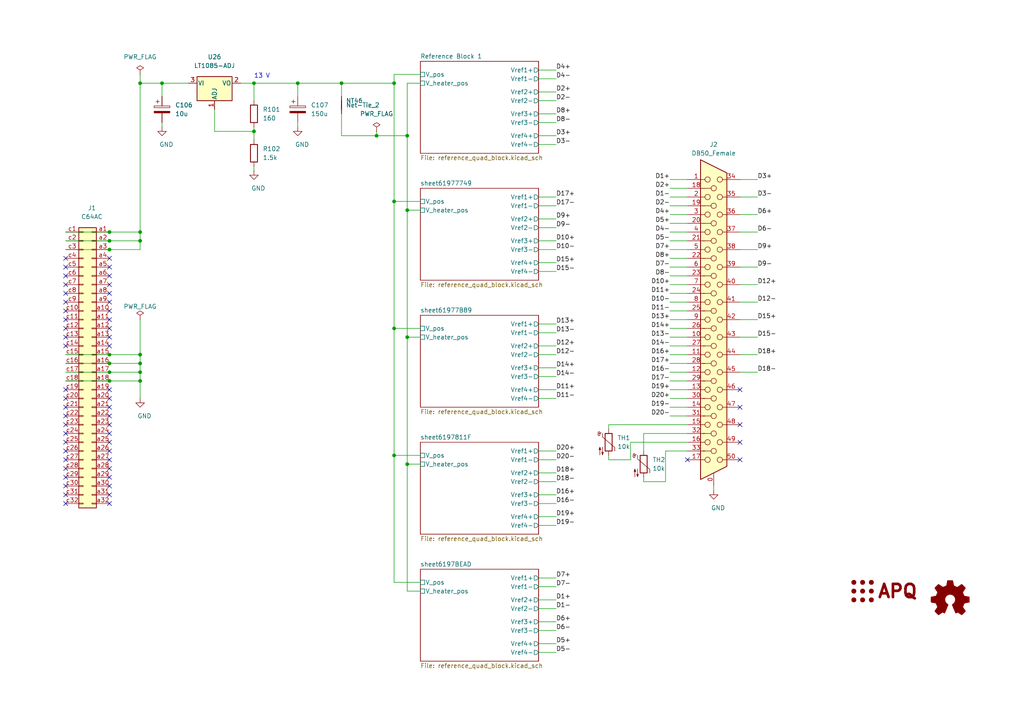
<source format=kicad_sch>
(kicad_sch (version 20230121) (generator eeschema)
  (paper "A4")
  (title_block (title "LM399/ADR1399 Burnin Board") (date "2023-05-27") (rev "v.1.0.1") (company "TU Darmstadt, IAP, APQ") (comment 1 "Copyright (©) 2021, Patrick Baus <patrick.baus@physik.tu-darmstadt.de>") (comment 2 "Licensed under CERN OHL v.1.2"))
  (lib_symbols
    (symbol "Connector:DIN41612_02x32_AC" (pin_names (offset 1.016) hide)
      (property "Reference" "J" (at 1.27 40.64 0))
      (property "Value" "DIN41612_02x32_AC" (at 1.27 -43.18 0))
      (symbol "DIN41612_02x32_AC_1_1"
        (rectangle (start -1.27 -40.513) (end 0 -40.767) (stroke (width 0.1524)))
        (rectangle (start -1.27 -37.973) (end 0 -38.227) (stroke (width 0.1524)))
        (rectangle (start -1.27 -35.433) (end 0 -35.687) (stroke (width 0.1524)))
        (rectangle (start -1.27 -32.893) (end 0 -33.147) (stroke (width 0.1524)))
        (rectangle (start -1.27 -30.353) (end 0 -30.607) (stroke (width 0.1524)))
        (rectangle (start -1.27 -27.813) (end 0 -28.067) (stroke (width 0.1524)))
        (rectangle (start -1.27 -25.273) (end 0 -25.527) (stroke (width 0.1524)))
        (rectangle (start -1.27 -22.733) (end 0 -22.987) (stroke (width 0.1524)))
        (rectangle (start -1.27 -20.193) (end 0 -20.447) (stroke (width 0.1524)))
        (rectangle (start -1.27 -17.653) (end 0 -17.907) (stroke (width 0.1524)))
        (rectangle (start -1.27 -15.113) (end 0 -15.367) (stroke (width 0.1524)))
        (rectangle (start -1.27 -12.573) (end 0 -12.827) (stroke (width 0.1524)))
        (rectangle (start -1.27 -10.033) (end 0 -10.287) (stroke (width 0.1524)))
        (rectangle (start -1.27 -7.493) (end 0 -7.747) (stroke (width 0.1524)))
        (rectangle (start -1.27 -4.953) (end 0 -5.207) (stroke (width 0.1524)))
        (rectangle (start -1.27 -2.413) (end 0 -2.667) (stroke (width 0.1524)))
        (rectangle (start -1.27 0.127) (end 0 -0.127) (stroke (width 0.1524)))
        (rectangle (start -1.27 2.667) (end 0 2.413) (stroke (width 0.1524)))
        (rectangle (start -1.27 5.207) (end 0 4.953) (stroke (width 0.1524)))
        (rectangle (start -1.27 7.747) (end 0 7.493) (stroke (width 0.1524)))
        (rectangle (start -1.27 10.287) (end 0 10.033) (stroke (width 0.1524)))
        (rectangle (start -1.27 12.827) (end 0 12.573) (stroke (width 0.1524)))
        (rectangle (start -1.27 15.367) (end 0 15.113) (stroke (width 0.1524)))
        (rectangle (start -1.27 17.907) (end 0 17.653) (stroke (width 0.1524)))
        (rectangle (start -1.27 20.447) (end 0 20.193) (stroke (width 0.1524)))
        (rectangle (start -1.27 22.987) (end 0 22.733) (stroke (width 0.1524)))
        (rectangle (start -1.27 25.527) (end 0 25.273) (stroke (width 0.1524)))
        (rectangle (start -1.27 28.067) (end 0 27.813) (stroke (width 0.1524)))
        (rectangle (start -1.27 30.607) (end 0 30.353) (stroke (width 0.1524)))
        (rectangle (start -1.27 33.147) (end 0 32.893) (stroke (width 0.1524)))
        (rectangle (start -1.27 35.687) (end 0 35.433) (stroke (width 0.1524)))
        (rectangle (start -1.27 38.227) (end 0 37.973) (stroke (width 0.1524)))
        (rectangle (start -1.27 39.37) (end 3.81 -41.91) (stroke (width 0.254)) (fill (type background)))
        (rectangle (start 3.81 -40.513) (end 2.54 -40.767) (stroke (width 0.1524)))
        (rectangle (start 3.81 -37.973) (end 2.54 -38.227) (stroke (width 0.1524)))
        (rectangle (start 3.81 -35.433) (end 2.54 -35.687) (stroke (width 0.1524)))
        (rectangle (start 3.81 -32.893) (end 2.54 -33.147) (stroke (width 0.1524)))
        (rectangle (start 3.81 -30.353) (end 2.54 -30.607) (stroke (width 0.1524)))
        (rectangle (start 3.81 -27.813) (end 2.54 -28.067) (stroke (width 0.1524)))
        (rectangle (start 3.81 -25.273) (end 2.54 -25.527) (stroke (width 0.1524)))
        (rectangle (start 3.81 -22.733) (end 2.54 -22.987) (stroke (width 0.1524)))
        (rectangle (start 3.81 -20.193) (end 2.54 -20.447) (stroke (width 0.1524)))
        (rectangle (start 3.81 -17.653) (end 2.54 -17.907) (stroke (width 0.1524)))
        (rectangle (start 3.81 -15.113) (end 2.54 -15.367) (stroke (width 0.1524)))
        (rectangle (start 3.81 -12.573) (end 2.54 -12.827) (stroke (width 0.1524)))
        (rectangle (start 3.81 -10.033) (end 2.54 -10.287) (stroke (width 0.1524)))
        (rectangle (start 3.81 -7.493) (end 2.54 -7.747) (stroke (width 0.1524)))
        (rectangle (start 3.81 -4.953) (end 2.54 -5.207) (stroke (width 0.1524)))
        (rectangle (start 3.81 -2.413) (end 2.54 -2.667) (stroke (width 0.1524)))
        (rectangle (start 3.81 0.127) (end 2.54 -0.127) (stroke (width 0.1524)))
        (rectangle (start 3.81 2.667) (end 2.54 2.413) (stroke (width 0.1524)))
        (rectangle (start 3.81 5.207) (end 2.54 4.953) (stroke (width 0.1524)))
        (rectangle (start 3.81 7.747) (end 2.54 7.493) (stroke (width 0.1524)))
        (rectangle (start 3.81 10.287) (end 2.54 10.033) (stroke (width 0.1524)))
        (rectangle (start 3.81 12.827) (end 2.54 12.573) (stroke (width 0.1524)))
        (rectangle (start 3.81 15.367) (end 2.54 15.113) (stroke (width 0.1524)))
        (rectangle (start 3.81 17.907) (end 2.54 17.653) (stroke (width 0.1524)))
        (rectangle (start 3.81 20.447) (end 2.54 20.193) (stroke (width 0.1524)))
        (rectangle (start 3.81 22.987) (end 2.54 22.733) (stroke (width 0.1524)))
        (rectangle (start 3.81 25.527) (end 2.54 25.273) (stroke (width 0.1524)))
        (rectangle (start 3.81 28.067) (end 2.54 27.813) (stroke (width 0.1524)))
        (rectangle (start 3.81 30.607) (end 2.54 30.353) (stroke (width 0.1524)))
        (rectangle (start 3.81 33.147) (end 2.54 32.893) (stroke (width 0.1524)))
        (rectangle (start 3.81 35.687) (end 2.54 35.433) (stroke (width 0.1524)))
        (rectangle (start 3.81 38.227) (end 2.54 37.973) (stroke (width 0.1524)))
        (pin passive line (at -5.08 38.1 0) (length 3.81) (name "Pin_a1") (number "a1"))
        (pin passive line (at -5.08 15.24 0) (length 3.81) (name "Pin_a10") (number "a10"))
        (pin passive line (at -5.08 12.7 0) (length 3.81) (name "Pin_a11") (number "a11"))
        (pin passive line (at -5.08 10.16 0) (length 3.81) (name "Pin_a12") (number "a12"))
        (pin passive line (at -5.08 7.62 0) (length 3.81) (name "Pin_a13") (number "a13"))
        (pin passive line (at -5.08 5.08 0) (length 3.81) (name "Pin_a14") (number "a14"))
        (pin passive line (at -5.08 2.54 0) (length 3.81) (name "Pin_a15") (number "a15"))
        (pin passive line (at -5.08 0 0) (length 3.81) (name "Pin_a16") (number "a16"))
        (pin passive line (at -5.08 -2.54 0) (length 3.81) (name "Pin_a17") (number "a17"))
        (pin passive line (at -5.08 -5.08 0) (length 3.81) (name "Pin_a18") (number "a18"))
        (pin passive line (at -5.08 -7.62 0) (length 3.81) (name "Pin_a19") (number "a19"))
        (pin passive line (at -5.08 35.56 0) (length 3.81) (name "Pin_a2") (number "a2"))
        (pin passive line (at -5.08 -10.16 0) (length 3.81) (name "Pin_a20") (number "a20"))
        (pin passive line (at -5.08 -12.7 0) (length 3.81) (name "Pin_a21") (number "a21"))
        (pin passive line (at -5.08 -15.24 0) (length 3.81) (name "Pin_a22") (number "a22"))
        (pin passive line (at -5.08 -17.78 0) (length 3.81) (name "Pin_a23") (number "a23"))
        (pin passive line (at -5.08 -20.32 0) (length 3.81) (name "Pin_a24") (number "a24"))
        (pin passive line (at -5.08 -22.86 0) (length 3.81) (name "Pin_a25") (number "a25"))
        (pin passive line (at -5.08 -25.4 0) (length 3.81) (name "Pin_a26") (number "a26"))
        (pin passive line (at -5.08 -27.94 0) (length 3.81) (name "Pin_a27") (number "a27"))
        (pin passive line (at -5.08 -30.48 0) (length 3.81) (name "Pin_a28") (number "a28"))
        (pin passive line (at -5.08 -33.02 0) (length 3.81) (name "Pin_a29") (number "a29"))
        (pin passive line (at -5.08 33.02 0) (length 3.81) (name "Pin_a3") (number "a3"))
        (pin passive line (at -5.08 -35.56 0) (length 3.81) (name "Pin_a30") (number "a30"))
        (pin passive line (at -5.08 -38.1 0) (length 3.81) (name "Pin_a31") (number "a31"))
        (pin passive line (at -5.08 -40.64 0) (length 3.81) (name "Pin_a32") (number "a32"))
        (pin passive line (at -5.08 30.48 0) (length 3.81) (name "Pin_a4") (number "a4"))
        (pin passive line (at -5.08 27.94 0) (length 3.81) (name "Pin_a5") (number "a5"))
        (pin passive line (at -5.08 25.4 0) (length 3.81) (name "Pin_a6") (number "a6"))
        (pin passive line (at -5.08 22.86 0) (length 3.81) (name "Pin_a7") (number "a7"))
        (pin passive line (at -5.08 20.32 0) (length 3.81) (name "Pin_a8") (number "a8"))
        (pin passive line (at -5.08 17.78 0) (length 3.81) (name "Pin_a9") (number "a9"))
        (pin passive line (at 7.62 38.1 180) (length 3.81) (name "Pin_c1") (number "c1"))
        (pin passive line (at 7.62 15.24 180) (length 3.81) (name "Pin_c10") (number "c10"))
        (pin passive line (at 7.62 12.7 180) (length 3.81) (name "Pin_c11") (number "c11"))
        (pin passive line (at 7.62 10.16 180) (length 3.81) (name "Pin_c12") (number "c12"))
        (pin passive line (at 7.62 7.62 180) (length 3.81) (name "Pin_c13") (number "c13"))
        (pin passive line (at 7.62 5.08 180) (length 3.81) (name "Pin_c14") (number "c14"))
        (pin passive line (at 7.62 2.54 180) (length 3.81) (name "Pin_c15") (number "c15"))
        (pin passive line (at 7.62 0 180) (length 3.81) (name "Pin_c16") (number "c16"))
        (pin passive line (at 7.62 -2.54 180) (length 3.81) (name "Pin_c17") (number "c17"))
        (pin passive line (at 7.62 -5.08 180) (length 3.81) (name "Pin_c18") (number "c18"))
        (pin passive line (at 7.62 -7.62 180) (length 3.81) (name "Pin_c19") (number "c19"))
        (pin passive line (at 7.62 35.56 180) (length 3.81) (name "Pin_c2") (number "c2"))
        (pin passive line (at 7.62 -10.16 180) (length 3.81) (name "Pin_c20") (number "c20"))
        (pin passive line (at 7.62 -12.7 180) (length 3.81) (name "Pin_c21") (number "c21"))
        (pin passive line (at 7.62 -15.24 180) (length 3.81) (name "Pin_c22") (number "c22"))
        (pin passive line (at 7.62 -17.78 180) (length 3.81) (name "Pin_c23") (number "c23"))
        (pin passive line (at 7.62 -20.32 180) (length 3.81) (name "Pin_c24") (number "c24"))
        (pin passive line (at 7.62 -22.86 180) (length 3.81) (name "Pin_c25") (number "c25"))
        (pin passive line (at 7.62 -25.4 180) (length 3.81) (name "Pin_c26") (number "c26"))
        (pin passive line (at 7.62 -27.94 180) (length 3.81) (name "Pin_c27") (number "c27"))
        (pin passive line (at 7.62 -30.48 180) (length 3.81) (name "Pin_c28") (number "c28"))
        (pin passive line (at 7.62 -33.02 180) (length 3.81) (name "Pin_c29") (number "c29"))
        (pin passive line (at 7.62 33.02 180) (length 3.81) (name "Pin_c3") (number "c3"))
        (pin passive line (at 7.62 -35.56 180) (length 3.81) (name "Pin_c30") (number "c30"))
        (pin passive line (at 7.62 -38.1 180) (length 3.81) (name "Pin_c31") (number "c31"))
        (pin passive line (at 7.62 -40.64 180) (length 3.81) (name "Pin_c32") (number "c32"))
        (pin passive line (at 7.62 30.48 180) (length 3.81) (name "Pin_c4") (number "c4"))
        (pin passive line (at 7.62 27.94 180) (length 3.81) (name "Pin_c5") (number "c5"))
        (pin passive line (at 7.62 25.4 180) (length 3.81) (name "Pin_c6") (number "c6"))
        (pin passive line (at 7.62 22.86 180) (length 3.81) (name "Pin_c7") (number "c7"))
        (pin passive line (at 7.62 20.32 180) (length 3.81) (name "Pin_c8") (number "c8"))
        (pin passive line (at 7.62 17.78 180) (length 3.81) (name "Pin_c9") (number "c9"))
      )
    )
    (symbol "Connector_Dsub:DB50_Receptacle_MountingHoles" (pin_names (offset 1.016) hide)
      (property "Reference" "J" (at 0 50.165 0))
      (property "Value" "DB50_Receptacle_MountingHoles" (at 0 47.625 0))
      (symbol "DB50_Receptacle_MountingHoles_0_1"
        (polyline (pts (xy -3.175 12.7) (xy -0.762 12.7)))
        (polyline (pts (xy -0.762 -2.54) (xy -3.175 -2.54)))
        (polyline (pts (xy -0.762 2.54) (xy -3.175 2.54)))
        (polyline (pts (xy -0.762 7.62) (xy -3.175 7.62)))
        (polyline (pts (xy -0.762 22.86) (xy -3.175 22.86)))
        (polyline (pts (xy -3.81 46.355) (xy -3.81 -46.355) (xy 3.81 -42.545) (xy 3.81 42.545) (xy -3.81 46.355)) (stroke (width 0.254)) (fill (type background)))
      )
      (symbol "DB50_Receptacle_MountingHoles_1_1"
        (circle (center -1.778 -40.64) (radius 0.762))
        (circle (center -1.778 -35.56) (radius 0.762))
        (circle (center -1.778 -30.48) (radius 0.762))
        (circle (center -1.778 -25.4) (radius 0.762))
        (circle (center -1.778 -20.32) (radius 0.762))
        (circle (center -1.778 -15.24) (radius 0.762))
        (circle (center -1.778 -10.16) (radius 0.762))
        (circle (center -1.778 -5.08) (radius 0.762))
        (circle (center -1.778 0) (radius 0.762))
        (circle (center -1.778 5.08) (radius 0.762))
        (circle (center -1.778 10.16) (radius 0.762))
        (circle (center -1.778 15.24) (radius 0.762))
        (circle (center -1.778 20.32) (radius 0.762))
        (circle (center -1.778 25.4) (radius 0.762))
        (circle (center -1.778 30.48) (radius 0.762))
        (circle (center -1.778 35.56) (radius 0.762))
        (circle (center -1.778 40.64) (radius 0.762))
        (circle (center 0 -38.1) (radius 0.762))
        (circle (center 0 -33.02) (radius 0.762))
        (circle (center 0 -27.94) (radius 0.762))
        (circle (center 0 -22.86) (radius 0.762))
        (circle (center 0 -17.78) (radius 0.762))
        (circle (center 0 -12.7) (radius 0.762))
        (circle (center 0 -7.62) (radius 0.762))
        (circle (center 0 -2.54) (radius 0.762))
        (polyline (pts (xy -3.175 17.78) (xy -0.762 17.78)))
        (polyline (pts (xy -0.762 -38.1) (xy -3.175 -38.1)))
        (polyline (pts (xy -0.762 -33.02) (xy -3.175 -33.02)))
        (polyline (pts (xy -0.762 -27.94) (xy -3.175 -27.94)))
        (polyline (pts (xy -0.762 -22.86) (xy -3.175 -22.86)))
        (polyline (pts (xy -0.762 -17.78) (xy -3.175 -17.78)))
        (polyline (pts (xy -0.762 -12.7) (xy -3.175 -12.7)))
        (polyline (pts (xy -0.762 -7.62) (xy -3.175 -7.62)))
        (polyline (pts (xy -0.762 27.94) (xy -3.175 27.94)))
        (polyline (pts (xy -0.762 33.02) (xy -3.175 33.02)))
        (polyline (pts (xy -0.762 38.1) (xy -3.175 38.1)))
        (circle (center 0 2.54) (radius 0.762))
        (circle (center 0 7.62) (radius 0.762))
        (circle (center 0 12.7) (radius 0.762))
        (circle (center 0 17.78) (radius 0.762))
        (circle (center 0 22.86) (radius 0.762))
        (circle (center 0 27.94) (radius 0.762))
        (circle (center 0 33.02) (radius 0.762))
        (circle (center 0 38.1) (radius 0.762))
        (circle (center 1.778 -40.64) (radius 0.762))
        (circle (center 1.778 -35.56) (radius 0.762))
        (circle (center 1.778 -30.48) (radius 0.762))
        (circle (center 1.778 -25.4) (radius 0.762))
        (circle (center 1.778 -20.32) (radius 0.762))
        (circle (center 1.778 -15.24) (radius 0.762))
        (circle (center 1.778 -10.16) (radius 0.762))
        (circle (center 1.778 -5.08) (radius 0.762))
        (circle (center 1.778 0) (radius 0.762))
        (circle (center 1.778 5.08) (radius 0.762))
        (circle (center 1.778 10.16) (radius 0.762))
        (circle (center 1.778 15.24) (radius 0.762))
        (circle (center 1.778 20.32) (radius 0.762))
        (circle (center 1.778 25.4) (radius 0.762))
        (circle (center 1.778 30.48) (radius 0.762))
        (circle (center 1.778 35.56) (radius 0.762))
        (circle (center 1.778 40.64) (radius 0.762))
        (pin passive line (at 0 -48.26 90) (length 3.81) (name "PAD") (number "0"))
        (pin passive line (at -7.62 40.64 0) (length 5.08) (name "~") (number "1"))
        (pin passive line (at -7.62 -5.08 0) (length 5.08) (name "~") (number "10"))
        (pin passive line (at -7.62 -10.16 0) (length 5.08) (name "~") (number "11"))
        (pin passive line (at -7.62 -15.24 0) (length 5.08) (name "~") (number "12"))
        (pin passive line (at -7.62 -20.32 0) (length 5.08) (name "~") (number "13"))
        (pin passive line (at -7.62 -25.4 0) (length 5.08) (name "~") (number "14"))
        (pin passive line (at -7.62 -30.48 0) (length 5.08) (name "~") (number "15"))
        (pin passive line (at -7.62 -35.56 0) (length 5.08) (name "~") (number "16"))
        (pin passive line (at -7.62 -40.64 0) (length 5.08) (name "~") (number "17"))
        (pin passive line (at -7.62 38.1 0) (length 5.08) (name "~") (number "18"))
        (pin passive line (at -7.62 33.02 0) (length 5.08) (name "~") (number "19"))
        (pin passive line (at -7.62 35.56 0) (length 5.08) (name "~") (number "2"))
        (pin passive line (at -7.62 27.94 0) (length 5.08) (name "~") (number "20"))
        (pin passive line (at -7.62 22.86 0) (length 5.08) (name "~") (number "21"))
        (pin passive line (at -7.62 17.78 0) (length 5.08) (name "~") (number "22"))
        (pin passive line (at -7.62 12.7 0) (length 5.08) (name "~") (number "23"))
        (pin passive line (at -7.62 7.62 0) (length 5.08) (name "~") (number "24"))
        (pin passive line (at -7.62 2.54 0) (length 5.08) (name "~") (number "25"))
        (pin passive line (at -7.62 -2.54 0) (length 5.08) (name "~") (number "26"))
        (pin passive line (at -7.62 -7.62 0) (length 5.08) (name "~") (number "27"))
        (pin passive line (at -7.62 -12.7 0) (length 5.08) (name "~") (number "28"))
        (pin passive line (at -7.62 -17.78 0) (length 5.08) (name "~") (number "29"))
        (pin passive line (at -7.62 30.48 0) (length 5.08) (name "~") (number "3"))
        (pin passive line (at -7.62 -22.86 0) (length 5.08) (name "~") (number "30"))
        (pin passive line (at -7.62 -27.94 0) (length 5.08) (name "~") (number "31"))
        (pin passive line (at -7.62 -33.02 0) (length 5.08) (name "~") (number "32"))
        (pin passive line (at -7.62 -38.1 0) (length 5.08) (name "~") (number "33"))
        (pin passive line (at 7.62 40.64 180) (length 5.08) (name "~") (number "34"))
        (pin passive line (at 7.62 35.56 180) (length 5.08) (name "~") (number "35"))
        (pin passive line (at 7.62 30.48 180) (length 5.08) (name "~") (number "36"))
        (pin passive line (at 7.62 25.4 180) (length 5.08) (name "~") (number "37"))
        (pin passive line (at 7.62 20.32 180) (length 5.08) (name "~") (number "38"))
        (pin passive line (at 7.62 15.24 180) (length 5.08) (name "~") (number "39"))
        (pin passive line (at -7.62 25.4 0) (length 5.08) (name "~") (number "4"))
        (pin passive line (at 7.62 10.16 180) (length 5.08) (name "~") (number "40"))
        (pin passive line (at 7.62 5.08 180) (length 5.08) (name "~") (number "41"))
        (pin passive line (at 7.62 0 180) (length 5.08) (name "~") (number "42"))
        (pin passive line (at 7.62 -5.08 180) (length 5.08) (name "~") (number "43"))
        (pin passive line (at 7.62 -10.16 180) (length 5.08) (name "~") (number "44"))
        (pin passive line (at 7.62 -15.24 180) (length 5.08) (name "~") (number "45"))
        (pin passive line (at 7.62 -20.32 180) (length 5.08) (name "~") (number "46"))
        (pin passive line (at 7.62 -25.4 180) (length 5.08) (name "~") (number "47"))
        (pin passive line (at 7.62 -30.48 180) (length 5.08) (name "~") (number "48"))
        (pin passive line (at 7.62 -35.56 180) (length 5.08) (name "~") (number "49"))
        (pin passive line (at -7.62 20.32 0) (length 5.08) (name "~") (number "5"))
        (pin passive line (at 7.62 -40.64 180) (length 5.08) (name "~") (number "50"))
        (pin passive line (at -7.62 15.24 0) (length 5.08) (name "~") (number "6"))
        (pin passive line (at -7.62 10.16 0) (length 5.08) (name "~") (number "7"))
        (pin passive line (at -7.62 5.08 0) (length 5.08) (name "~") (number "8"))
        (pin passive line (at -7.62 0 0) (length 5.08) (name "~") (number "9"))
      )
    )
    (symbol "Custom_logos:Logo_APQ" (pin_names (offset 1.016))
      (symbol "Logo_APQ_0_0"
        (text "APQ" (at 17.78 0 0) (effects (font (size 3.81 3.81) bold)))
      )
      (symbol "Logo_APQ_0_1"
        (circle (center 5.08 0) (radius 0.635) (fill (type outline)))
        (circle (center 5.08 2.54) (radius 0.635) (fill (type outline)))
        (circle (center 7.62 0) (radius 0.635) (fill (type outline)))
        (circle (center 7.62 2.54) (radius 0.635) (fill (type outline)))
        (circle (center 10.16 2.54) (radius 0.635) (fill (type outline)))
      )
      (symbol "Logo_APQ_1_1"
        (circle (center 5.08 -2.54) (radius 0.635) (fill (type outline)))
        (circle (center 7.62 -2.54) (radius 0.635) (fill (type outline)))
        (circle (center 10.16 -2.54) (radius 0.635) (fill (type outline)))
        (circle (center 10.16 0) (radius 0.635) (fill (type outline)))
      )
    )
    (symbol "Device:C_Polarized" (pin_numbers hide) (pin_names (offset 0.254))
      (property "Reference" "C" (at 0.635 2.54 0))
      (property "Value" "C_Polarized" (at 0.635 -2.54 0))
      (symbol "C_Polarized_0_1"
        (rectangle (start -2.286 0.508) (end 2.286 1.016))
        (polyline (pts (xy -1.778 2.286) (xy -0.762 2.286)))
        (polyline (pts (xy -1.27 2.794) (xy -1.27 1.778)))
        (rectangle (start 2.286 -0.508) (end -2.286 -1.016) (fill (type outline)))
      )
      (symbol "C_Polarized_1_1"
        (pin passive line (at 0 3.81 270) (length 2.794) (name "~") (number "1"))
        (pin passive line (at 0 -3.81 90) (length 2.794) (name "~") (number "2"))
      )
    )
    (symbol "Device:NetTie_2" (pin_numbers hide) (pin_names (offset 0) hide) (in_bom no)
      (property "Reference" "NT" (at 0 1.27 0))
      (property "Value" "NetTie_2" (at 0 -1.27 0))
      (symbol "NetTie_2_0_1"
        (polyline (pts (xy -1.27 0) (xy 1.27 0)) (stroke (width 0.254)))
      )
      (symbol "NetTie_2_1_1"
        (pin passive line (at -2.54 0 0) (length 2.54) (name "1") (number "1"))
        (pin passive line (at 2.54 0 180) (length 2.54) (name "2") (number "2"))
      )
    )
    (symbol "Device:R" (pin_numbers hide) (pin_names (offset 0))
      (property "Reference" "R" (at 2.032 0 90))
      (property "Value" "R" (at 0 0 90))
      (symbol "R_0_1"
        (rectangle (start -1.016 -2.54) (end 1.016 2.54) (stroke (width 0.254)))
      )
      (symbol "R_1_1"
        (pin passive line (at 0 3.81 270) (length 1.27) (name "~") (number "1"))
        (pin passive line (at 0 -3.81 90) (length 1.27) (name "~") (number "2"))
      )
    )
    (symbol "Device:Thermistor_NTC" (pin_numbers hide) (pin_names (offset 0))
      (property "Reference" "TH" (at -4.445 0 90))
      (property "Value" "Thermistor_NTC" (at 3.175 0 90))
      (symbol "Thermistor_NTC_0_1"
        (arc (start -3.048 2.159) (mid -3.0495 2.3143) (end -3.175 2.413))
        (arc (start -3.048 2.159) (mid -2.9736 1.9794) (end -2.794 1.905))
        (arc (start -3.048 2.794) (mid -2.9736 2.6144) (end -2.794 2.54))
        (arc (start -2.794 1.905) (mid -2.6144 1.9794) (end -2.54 2.159))
        (arc (start -2.794 2.54) (mid -2.4393 2.5587) (end -2.159 2.794))
        (arc (start -2.794 3.048) (mid -2.9736 2.9736) (end -3.048 2.794))
        (arc (start -2.54 2.794) (mid -2.6144 2.9736) (end -2.794 3.048))
        (rectangle (start -1.016 2.54) (end 1.016 -2.54) (stroke (width 0.254)))
        (polyline (pts (xy -2.54 2.159) (xy -2.54 2.794)))
        (polyline (pts (xy -1.778 2.54) (xy -1.778 1.524) (xy 1.778 -1.524) (xy 1.778 -2.54)))
        (polyline (pts (xy -2.54 -3.683) (xy -2.54 -1.397) (xy -2.794 -2.159) (xy -2.286 -2.159) (xy -2.54 -1.397) (xy -2.54 -1.651)) (fill (type outline)))
        (polyline (pts (xy -1.778 -1.397) (xy -1.778 -3.683) (xy -2.032 -2.921) (xy -1.524 -2.921) (xy -1.778 -3.683) (xy -1.778 -3.429)) (fill (type outline)))
      )
      (symbol "Thermistor_NTC_1_1"
        (pin passive line (at 0 3.81 270) (length 1.27) (name "~") (number "1"))
        (pin passive line (at 0 -3.81 90) (length 1.27) (name "~") (number "2"))
      )
    )
    (symbol "Graphic:Logo_Open_Hardware_Small" (in_bom no) (on_board no)
      (symbol "Logo_Open_Hardware_Small_0_1"
        (polyline (pts (xy 3.3528 -4.3434) (xy 3.302 -4.318) (xy 3.175 -4.2418) (xy 2.9972 -4.1148) (xy 2.7686 -3.9624) (xy 2.54 -3.81) (xy 2.3622 -3.7084) (xy 2.2352 -3.6068) (xy 2.1844 -3.5814) (xy 2.159 -3.6068) (xy 2.0574 -3.6576) (xy 1.905 -3.7338) (xy 1.8034 -3.7846) (xy 1.6764 -3.8354) (xy 1.6002 -3.8354) (xy 1.6002 -3.8354) (xy 1.5494 -3.7338) (xy 1.4732 -3.5306) (xy 1.3462 -3.302) (xy 1.2446 -3.0226) (xy 1.1176 -2.7178) (xy 0.9652 -2.413) (xy 0.8636 -2.1082) (xy 0.7366 -1.8288) (xy 0.6604 -1.6256) (xy 0.6096 -1.4732) (xy 0.5842 -1.397) (xy 0.5842 -1.397) (xy 0.6604 -1.3208) (xy 0.7874 -1.2446) (xy 1.0414 -1.016) (xy 1.2954 -0.6858) (xy 1.4478 -0.3302) (xy 1.524 0.0762) (xy 1.4732 0.4572) (xy 1.3208 0.8128) (xy 1.0668 1.143) (xy 0.762 1.3716) (xy 0.4064 1.524) (xy 0 1.5748) (xy -0.381 1.5494) (xy -0.7366 1.397) (xy -1.0668 1.143) (xy -1.2192 0.9906) (xy -1.397 0.6604) (xy -1.524 0.3048) (xy -1.524 0.2286) (xy -1.4986 -0.1778) (xy -1.397 -0.5334) (xy -1.1938 -0.8636) (xy -0.9144 -1.143) (xy -0.8636 -1.1684) (xy -0.7366 -1.27) (xy -0.635 -1.3462) (xy -0.5842 -1.397) (xy -1.0668 -2.5908) (xy -1.143 -2.794) (xy -1.2954 -3.1242) (xy -1.397 -3.4036) (xy -1.4986 -3.6322) (xy -1.5748 -3.7846) (xy -1.6002 -3.8354) (xy -1.6002 -3.8354) (xy -1.651 -3.8354) (xy -1.7272 -3.81) (xy -1.905 -3.7338) (xy -2.0066 -3.683) (xy -2.1336 -3.6068) (xy -2.2098 -3.5814) (xy -2.2606 -3.6068) (xy -2.3622 -3.683) (xy -2.54 -3.81) (xy -2.7686 -3.9624) (xy -2.9718 -4.0894) (xy -3.1496 -4.2164) (xy -3.302 -4.318) (xy -3.3528 -4.3434) (xy -3.3782 -4.3434) (xy -3.429 -4.318) (xy -3.5306 -4.2164) (xy -3.7084 -4.064) (xy -3.937 -3.8354) (xy -3.9624 -3.81) (xy -4.1656 -3.6068) (xy -4.318 -3.4544) (xy -4.4196 -3.3274) (xy -4.445 -3.2766) (xy -4.445 -3.2766) (xy -4.4196 -3.2258) (xy -4.318 -3.0734) (xy -4.2164 -2.8956) (xy -4.064 -2.667) (xy -3.6576 -2.0828) (xy -3.8862 -1.5494) (xy -3.937 -1.3716) (xy -4.0386 -1.1684) (xy -4.0894 -1.0414) (xy -4.1148 -0.9652) (xy -4.191 -0.9398) (xy -4.318 -0.9144) (xy -4.5466 -0.8636) (xy -4.8006 -0.8128) (xy -5.0546 -0.7874) (xy -5.2578 -0.7366) (xy -5.4356 -0.7112) (xy -5.5118 -0.6858) (xy -5.5118 -0.6858) (xy -5.5372 -0.635) (xy -5.5372 -0.5588) (xy -5.5372 -0.4318) (xy -5.5626 -0.2286) (xy -5.5626 0.0762) (xy -5.5626 0.127) (xy -5.5372 0.4064) (xy -5.5372 0.635) (xy -5.5372 0.762) (xy -5.5372 0.8382) (xy -5.5372 0.8382) (xy -5.461 0.8382) (xy -5.3086 0.889) (xy -5.08 0.9144) (xy -4.826 0.9652) (xy -4.8006 0.9906) (xy -4.5466 1.0414) (xy -4.318 1.0668) (xy -4.1656 1.1176) (xy -4.0894 1.143) (xy -4.0894 1.143) (xy -4.0386 1.2446) (xy -3.9624 1.4224) (xy -3.8608 1.6256) (xy -3.7846 1.8288) (xy -3.7084 2.0066) (xy -3.6576 2.159) (xy -3.6322 2.2098) (xy -3.6322 2.2098) (xy -3.683 2.286) (xy -3.7592 2.413) (xy -3.8862 2.5908) (xy -4.064 2.8194) (xy -4.064 2.8448) (xy -4.2164 3.0734) (xy -4.3434 3.2512) (xy -4.4196 3.3782) (xy -4.445 3.4544) (xy -4.445 3.4544) (xy -4.3942 3.5052) (xy -4.2926 3.6322) (xy -4.1148 3.81) (xy -3.937 4.0132) (xy -3.8608 4.064) (xy -3.6576 4.2926) (xy -3.5052 4.4196) (xy -3.4036 4.4958) (xy -3.3528 4.5212) (xy -3.3528 4.5212) (xy -3.302 4.4704) (xy -3.1496 4.3688) (xy -2.9718 4.2418) (xy -2.7432 4.0894) (xy -2.7178 4.0894) (xy -2.4892 3.937) (xy -2.3114 3.81) (xy -2.1844 3.7084) (xy -2.1336 3.683) (xy -2.1082 3.683) (xy -2.032 3.7084) (xy -1.8542 3.7592) (xy -1.6764 3.8354) (xy -1.4732 3.937) (xy -1.27 4.0132) (xy -1.143 4.064) (xy -1.0668 4.1148) (xy -1.0668 4.1148) (xy -1.0414 4.191) (xy -1.016 4.3434) (xy -0.9652 4.572) (xy -0.9144 4.8514) (xy -0.889 4.9022) (xy -0.8382 5.1562) (xy -0.8128 5.3848) (xy -0.7874 5.5372) (xy -0.762 5.588) (xy -0.7112 5.6134) (xy -0.5842 5.6134) (xy -0.4064 5.6134) (xy -0.1524 5.6134) (xy 0.0762 5.6134) (xy 0.3302 5.6134) (xy 0.5334 5.6134) (xy 0.6858 5.588) (xy 0.7366 5.588) (xy 0.7366 5.588) (xy 0.762 5.5118) (xy 0.8128 5.334) (xy 0.8382 5.1054) (xy 0.9144 4.826) (xy 0.9144 4.7752) (xy 0.9652 4.5212) (xy 1.016 4.2926) (xy 1.0414 4.1402) (xy 1.0668 4.0894) (xy 1.0668 4.0894) (xy 1.1938 4.0386) (xy 1.3716 3.9624) (xy 1.5748 3.8608) (xy 2.0828 3.6576) (xy 2.7178 4.0894) (xy 2.7686 4.1402) (xy 2.9972 4.2926) (xy 3.175 4.4196) (xy 3.302 4.4958) (xy 3.3782 4.5212) (xy 3.3782 4.5212) (xy 3.429 4.4704) (xy 3.556 4.3434) (xy 3.7338 4.191) (xy 3.9116 3.9878) (xy 4.064 3.8354) (xy 4.2418 3.6576) (xy 4.3434 3.556) (xy 4.4196 3.4798) (xy 4.4196 3.429) (xy 4.4196 3.4036) (xy 4.3942 3.3274) (xy 4.2926 3.2004) (xy 4.1656 2.9972) (xy 4.0132 2.794) (xy 3.8862 2.5908) (xy 3.7592 2.3876) (xy 3.6576 2.2352) (xy 3.6322 2.159) (xy 3.6322 2.1336) (xy 3.683 2.0066) (xy 3.7592 1.8288) (xy 3.8608 1.6002) (xy 4.064 1.1176) (xy 4.3942 1.0414) (xy 4.5974 1.016) (xy 4.8768 0.9652) (xy 5.1308 0.9144) (xy 5.5372 0.8382) (xy 5.5626 -0.6604) (xy 5.4864 -0.6858) (xy 5.4356 -0.6858) (xy 5.2832 -0.7366) (xy 5.0546 -0.762) (xy 4.8006 -0.8128) (xy 4.5974 -0.8636) (xy 4.3688 -0.9144) (xy 4.2164 -0.9398) (xy 4.1402 -0.9398) (xy 4.1148 -0.9652) (xy 4.064 -1.0668) (xy 3.9878 -1.2446) (xy 3.9116 -1.4478) (xy 3.81 -1.651) (xy 3.7338 -1.8542) (xy 3.683 -2.0066) (xy 3.6576 -2.0828) (xy 3.683 -2.1336) (xy 3.7846 -2.2606) (xy 3.8862 -2.4638) (xy 4.0386 -2.667) (xy 4.191 -2.8956) (xy 4.318 -3.0734) (xy 4.3942 -3.2004) (xy 4.445 -3.2766) (xy 4.4196 -3.3274) (xy 4.3434 -3.429) (xy 4.1656 -3.5814) (xy 3.937 -3.8354) (xy 3.8862 -3.8608) (xy 3.683 -4.064) (xy 3.5306 -4.2164) (xy 3.4036 -4.318) (xy 3.3528 -4.3434)) (fill (type outline)))
      )
    )
    (symbol "Regulator_Linear:LT1085-ADJ" (pin_names (offset 0.254))
      (property "Reference" "U" (at -3.81 3.175 0))
      (property "Value" "LT1085-ADJ" (at 0 3.175 0))
      (symbol "LT1085-ADJ_0_1"
        (rectangle (start -5.08 1.905) (end 5.08 -5.08) (stroke (width 0.254)) (fill (type background)))
      )
      (symbol "LT1085-ADJ_1_1"
        (pin input line (at 0 -7.62 90) (length 2.54) (name "ADJ") (number "1"))
        (pin power_out line (at 7.62 0 180) (length 2.54) (name "VO") (number "2"))
        (pin power_in line (at -7.62 0 0) (length 2.54) (name "VI") (number "3"))
      )
    )
    (symbol "power:GND" (power) (pin_names (offset 0))
      (property "Value" "GND" (at 0 -3.81 0))
      (symbol "GND_0_1"
        (polyline (pts (xy 0 0) (xy 0 -1.27) (xy 1.27 -1.27) (xy 0 -2.54) (xy -1.27 -1.27) (xy 0 -1.27)))
      )
      (symbol "GND_1_1"
        (pin power_in line (at 0 0 270) (length 0) hide (name "GND") (number "1"))
      )
    )
    (symbol "power:PWR_FLAG" (power) (pin_numbers hide) (pin_names (offset 0) hide)
      (property "Value" "PWR_FLAG" (at 0 3.81 0))
      (symbol "PWR_FLAG_0_0"
        (pin power_out line (at 0 0 90) (length 0) (name "pwr") (number "1"))
      )
      (symbol "PWR_FLAG_0_1"
        (polyline (pts (xy 0 0) (xy 0 1.27) (xy -1.016 1.905) (xy 0 2.54) (xy 1.016 1.905) (xy 0 1.27)))
      )
    )
  )
  (junction (at 40.64 110.49))
  (junction (at 40.64 69.85))
  (junction (at 118.11 39.37))
  (junction (at 31.75 105.41))
  (junction (at 31.75 110.49))
  (junction (at 31.75 69.85))
  (junction (at 114.3 95.25))
  (junction (at 73.66 38.1))
  (junction (at 46.99 24.13))
  (junction (at 31.75 67.31))
  (junction (at 31.75 72.39))
  (junction (at 114.3 132.08))
  (junction (at 114.3 58.42))
  (junction (at 109.22 39.37))
  (junction (at 114.3 24.13))
  (junction (at 118.11 134.62))
  (junction (at 40.64 67.31))
  (junction (at 118.11 60.96))
  (junction (at 99.06 24.13))
  (junction (at 31.75 102.87))
  (junction (at 40.64 105.41))
  (junction (at 118.11 97.79))
  (junction (at 31.75 107.95))
  (junction (at 73.66 24.13))
  (junction (at 40.64 107.95))
  (junction (at 40.64 102.87))
  (junction (at 86.36 24.13))
  (junction (at 40.64 24.13))
  (no_connect (at 19.05 82.55))
  (no_connect (at 19.05 90.17))
  (no_connect (at 19.05 133.35))
  (no_connect (at 19.05 130.81))
  (no_connect (at 31.75 92.71))
  (no_connect (at 19.05 123.19))
  (no_connect (at 31.75 133.35))
  (no_connect (at 31.75 82.55))
  (no_connect (at 31.75 140.97))
  (no_connect (at 31.75 115.57))
  (no_connect (at 19.05 77.47))
  (no_connect (at 31.75 97.79))
  (no_connect (at 31.75 80.01))
  (no_connect (at 19.05 118.11))
  (no_connect (at 19.05 113.03))
  (no_connect (at 31.75 143.51))
  (no_connect (at 31.75 128.27))
  (no_connect (at 31.75 130.81))
  (no_connect (at 31.75 120.65))
  (no_connect (at 31.75 146.05))
  (no_connect (at 19.05 95.25))
  (no_connect (at 19.05 100.33))
  (no_connect (at 31.75 77.47))
  (no_connect (at 19.05 74.93))
  (no_connect (at 214.63 123.19))
  (no_connect (at 199.39 133.35))
  (no_connect (at 19.05 115.57))
  (no_connect (at 31.75 135.89))
  (no_connect (at 19.05 138.43))
  (no_connect (at 19.05 80.01))
  (no_connect (at 19.05 120.65))
  (no_connect (at 31.75 123.19))
  (no_connect (at 31.75 113.03))
  (no_connect (at 19.05 125.73))
  (no_connect (at 214.63 113.03))
  (no_connect (at 19.05 140.97))
  (no_connect (at 19.05 97.79))
  (no_connect (at 214.63 133.35))
  (no_connect (at 19.05 92.71))
  (no_connect (at 214.63 128.27))
  (no_connect (at 19.05 135.89))
  (no_connect (at 31.75 74.93))
  (no_connect (at 31.75 138.43))
  (no_connect (at 19.05 128.27))
  (no_connect (at 214.63 118.11))
  (no_connect (at 19.05 85.09))
  (no_connect (at 19.05 87.63))
  (no_connect (at 31.75 90.17))
  (no_connect (at 31.75 118.11))
  (no_connect (at 19.05 143.51))
  (no_connect (at 31.75 85.09))
  (no_connect (at 19.05 146.05))
  (no_connect (at 31.75 95.25))
  (no_connect (at 31.75 125.73))
  (no_connect (at 31.75 87.63))
  (no_connect (at 31.75 100.33))
  (wire (pts (xy 118.11 134.62) (xy 118.11 171.45)))
  (wire (pts (xy 156.21 96.52) (xy 161.29 96.52)))
  (wire (pts (xy 199.39 87.63) (xy 194.31 87.63)))
  (wire (pts (xy 40.64 24.13) (xy 40.64 67.31)))
  (wire (pts (xy 186.69 139.7) (xy 193.04 139.7)))
  (wire (pts (xy 118.11 97.79) (xy 118.11 134.62)))
  (wire (pts (xy 199.39 107.95) (xy 194.31 107.95)))
  (wire (pts (xy 156.21 149.86) (xy 161.29 149.86)))
  (wire (pts (xy 156.21 33.02) (xy 161.29 33.02)))
  (wire (pts (xy 199.39 77.47) (xy 194.31 77.47)))
  (wire (pts (xy 19.05 107.95) (xy 31.75 107.95)))
  (wire (pts (xy 156.21 182.88) (xy 161.29 182.88)))
  (wire (pts (xy 19.05 69.85) (xy 31.75 69.85)))
  (wire (pts (xy 199.39 100.33) (xy 194.31 100.33)))
  (wire (pts (xy 214.63 72.39) (xy 219.71 72.39)))
  (wire (pts (xy 19.05 102.87) (xy 31.75 102.87)))
  (wire (pts (xy 156.21 180.34) (xy 161.29 180.34)))
  (wire (pts (xy 186.69 125.73) (xy 186.69 130.81)))
  (wire (pts (xy 118.11 134.62) (xy 121.92 134.62)))
  (wire (pts (xy 114.3 58.42) (xy 114.3 95.25)))
  (wire (pts (xy 114.3 132.08) (xy 114.3 168.91)))
  (wire (pts (xy 40.64 107.95) (xy 40.64 110.49)))
  (wire (pts (xy 109.22 38.1) (xy 109.22 39.37)))
  (wire (pts (xy 156.21 139.7) (xy 161.29 139.7)))
  (wire (pts (xy 31.75 72.39) (xy 40.64 72.39)))
  (wire (pts (xy 199.39 69.85) (xy 194.31 69.85)))
  (wire (pts (xy 99.06 39.37) (xy 109.22 39.37)))
  (wire (pts (xy 156.21 35.56) (xy 161.29 35.56)))
  (wire (pts (xy 118.11 97.79) (xy 121.92 97.79)))
  (wire (pts (xy 199.39 92.71) (xy 194.31 92.71)))
  (wire (pts (xy 156.21 102.87) (xy 161.29 102.87)))
  (wire (pts (xy 207.01 140.97) (xy 207.01 142.24)))
  (wire (pts (xy 214.63 57.15) (xy 219.71 57.15)))
  (wire (pts (xy 199.39 67.31) (xy 194.31 67.31)))
  (wire (pts (xy 156.21 78.74) (xy 161.29 78.74)))
  (wire (pts (xy 199.39 90.17) (xy 194.31 90.17)))
  (wire (pts (xy 214.63 77.47) (xy 219.71 77.47)))
  (wire (pts (xy 86.36 24.13) (xy 99.06 24.13)))
  (wire (pts (xy 114.3 95.25) (xy 114.3 132.08)))
  (wire (pts (xy 199.39 102.87) (xy 194.31 102.87)))
  (wire (pts (xy 73.66 24.13) (xy 73.66 29.21)))
  (wire (pts (xy 118.11 60.96) (xy 118.11 97.79)))
  (wire (pts (xy 199.39 113.03) (xy 194.31 113.03)))
  (wire (pts (xy 199.39 115.57) (xy 194.31 115.57)))
  (wire (pts (xy 46.99 24.13) (xy 54.61 24.13)))
  (wire (pts (xy 214.63 107.95) (xy 219.71 107.95)))
  (wire (pts (xy 156.21 29.21) (xy 161.29 29.21)))
  (wire (pts (xy 46.99 27.94) (xy 46.99 24.13)))
  (wire (pts (xy 156.21 39.37) (xy 161.29 39.37)))
  (wire (pts (xy 176.53 132.08) (xy 176.53 133.35)))
  (wire (pts (xy 114.3 168.91) (xy 121.92 168.91)))
  (wire (pts (xy 182.88 128.27) (xy 199.39 128.27)))
  (wire (pts (xy 99.06 24.13) (xy 114.3 24.13)))
  (wire (pts (xy 62.23 38.1) (xy 73.66 38.1)))
  (wire (pts (xy 156.21 173.99) (xy 161.29 173.99)))
  (wire (pts (xy 73.66 38.1) (xy 73.66 40.64)))
  (wire (pts (xy 118.11 171.45) (xy 121.92 171.45)))
  (wire (pts (xy 40.64 24.13) (xy 46.99 24.13)))
  (wire (pts (xy 156.21 22.86) (xy 161.29 22.86)))
  (wire (pts (xy 156.21 115.57) (xy 161.29 115.57)))
  (wire (pts (xy 31.75 102.87) (xy 40.64 102.87)))
  (wire (pts (xy 121.92 24.13) (xy 118.11 24.13)))
  (wire (pts (xy 118.11 39.37) (xy 118.11 60.96)))
  (wire (pts (xy 99.06 24.13) (xy 99.06 27.94)))
  (wire (pts (xy 156.21 26.67) (xy 161.29 26.67)))
  (wire (pts (xy 40.64 102.87) (xy 40.64 105.41)))
  (wire (pts (xy 156.21 137.16) (xy 161.29 137.16)))
  (wire (pts (xy 114.3 95.25) (xy 121.92 95.25)))
  (wire (pts (xy 214.63 67.31) (xy 219.71 67.31)))
  (wire (pts (xy 199.39 85.09) (xy 194.31 85.09)))
  (wire (pts (xy 156.21 109.22) (xy 161.29 109.22)))
  (wire (pts (xy 199.39 74.93) (xy 194.31 74.93)))
  (wire (pts (xy 199.39 95.25) (xy 194.31 95.25)))
  (wire (pts (xy 214.63 92.71) (xy 219.71 92.71)))
  (wire (pts (xy 40.64 110.49) (xy 40.64 115.57)))
  (wire (pts (xy 182.88 133.35) (xy 182.88 128.27)))
  (wire (pts (xy 156.21 113.03) (xy 161.29 113.03)))
  (wire (pts (xy 40.64 67.31) (xy 40.64 69.85)))
  (wire (pts (xy 40.64 69.85) (xy 40.64 72.39)))
  (wire (pts (xy 73.66 49.53) (xy 73.66 48.26)))
  (wire (pts (xy 114.3 24.13) (xy 114.3 58.42)))
  (wire (pts (xy 19.05 72.39) (xy 31.75 72.39)))
  (wire (pts (xy 31.75 69.85) (xy 40.64 69.85)))
  (wire (pts (xy 69.85 24.13) (xy 73.66 24.13)))
  (wire (pts (xy 156.21 76.2) (xy 161.29 76.2)))
  (wire (pts (xy 86.36 35.56) (xy 86.36 36.83)))
  (wire (pts (xy 199.39 54.61) (xy 194.31 54.61)))
  (wire (pts (xy 31.75 67.31) (xy 40.64 67.31)))
  (wire (pts (xy 199.39 52.07) (xy 194.31 52.07)))
  (wire (pts (xy 99.06 33.02) (xy 99.06 39.37)))
  (wire (pts (xy 156.21 57.15) (xy 161.29 57.15)))
  (wire (pts (xy 214.63 97.79) (xy 219.71 97.79)))
  (wire (pts (xy 193.04 130.81) (xy 199.39 130.81)))
  (wire (pts (xy 214.63 102.87) (xy 219.71 102.87)))
  (wire (pts (xy 156.21 93.98) (xy 161.29 93.98)))
  (wire (pts (xy 176.53 123.19) (xy 199.39 123.19)))
  (wire (pts (xy 121.92 21.59) (xy 114.3 21.59)))
  (wire (pts (xy 156.21 186.69) (xy 161.29 186.69)))
  (wire (pts (xy 199.39 80.01) (xy 194.31 80.01)))
  (wire (pts (xy 156.21 41.91) (xy 161.29 41.91)))
  (wire (pts (xy 156.21 143.51) (xy 161.29 143.51)))
  (wire (pts (xy 114.3 58.42) (xy 121.92 58.42)))
  (wire (pts (xy 156.21 20.32) (xy 161.29 20.32)))
  (wire (pts (xy 19.05 110.49) (xy 31.75 110.49)))
  (wire (pts (xy 156.21 146.05) (xy 161.29 146.05)))
  (wire (pts (xy 199.39 59.69) (xy 194.31 59.69)))
  (wire (pts (xy 199.39 110.49) (xy 194.31 110.49)))
  (wire (pts (xy 199.39 64.77) (xy 194.31 64.77)))
  (wire (pts (xy 199.39 118.11) (xy 194.31 118.11)))
  (wire (pts (xy 156.21 59.69) (xy 161.29 59.69)))
  (wire (pts (xy 46.99 35.56) (xy 46.99 36.83)))
  (wire (pts (xy 114.3 21.59) (xy 114.3 24.13)))
  (wire (pts (xy 156.21 133.35) (xy 161.29 133.35)))
  (wire (pts (xy 193.04 139.7) (xy 193.04 130.81)))
  (wire (pts (xy 199.39 62.23) (xy 194.31 62.23)))
  (wire (pts (xy 109.22 39.37) (xy 118.11 39.37)))
  (wire (pts (xy 62.23 31.75) (xy 62.23 38.1)))
  (wire (pts (xy 114.3 132.08) (xy 121.92 132.08)))
  (wire (pts (xy 214.63 82.55) (xy 219.71 82.55)))
  (wire (pts (xy 156.21 69.85) (xy 161.29 69.85)))
  (wire (pts (xy 156.21 72.39) (xy 161.29 72.39)))
  (wire (pts (xy 118.11 24.13) (xy 118.11 39.37)))
  (wire (pts (xy 176.53 133.35) (xy 182.88 133.35)))
  (wire (pts (xy 176.53 124.46) (xy 176.53 123.19)))
  (wire (pts (xy 199.39 120.65) (xy 194.31 120.65)))
  (wire (pts (xy 156.21 100.33) (xy 161.29 100.33)))
  (wire (pts (xy 156.21 176.53) (xy 161.29 176.53)))
  (wire (pts (xy 86.36 24.13) (xy 86.36 27.94)))
  (wire (pts (xy 19.05 67.31) (xy 31.75 67.31)))
  (wire (pts (xy 40.64 21.59) (xy 40.64 24.13)))
  (wire (pts (xy 118.11 60.96) (xy 121.92 60.96)))
  (wire (pts (xy 31.75 110.49) (xy 40.64 110.49)))
  (wire (pts (xy 31.75 105.41) (xy 40.64 105.41)))
  (wire (pts (xy 156.21 152.4) (xy 161.29 152.4)))
  (wire (pts (xy 199.39 57.15) (xy 194.31 57.15)))
  (wire (pts (xy 19.05 105.41) (xy 31.75 105.41)))
  (wire (pts (xy 199.39 125.73) (xy 186.69 125.73)))
  (wire (pts (xy 156.21 167.64) (xy 161.29 167.64)))
  (wire (pts (xy 156.21 189.23) (xy 161.29 189.23)))
  (wire (pts (xy 73.66 38.1) (xy 73.66 36.83)))
  (wire (pts (xy 156.21 130.81) (xy 161.29 130.81)))
  (wire (pts (xy 199.39 105.41) (xy 194.31 105.41)))
  (wire (pts (xy 156.21 106.68) (xy 161.29 106.68)))
  (wire (pts (xy 156.21 63.5) (xy 161.29 63.5)))
  (wire (pts (xy 156.21 66.04) (xy 161.29 66.04)))
  (wire (pts (xy 73.66 24.13) (xy 86.36 24.13)))
  (wire (pts (xy 199.39 72.39) (xy 194.31 72.39)))
  (wire (pts (xy 214.63 62.23) (xy 219.71 62.23)))
  (wire (pts (xy 31.75 107.95) (xy 40.64 107.95)))
  (wire (pts (xy 214.63 52.07) (xy 219.71 52.07)))
  (wire (pts (xy 156.21 170.18) (xy 161.29 170.18)))
  (wire (pts (xy 186.69 138.43) (xy 186.69 139.7)))
  (wire (pts (xy 214.63 87.63) (xy 219.71 87.63)))
  (wire (pts (xy 40.64 92.71) (xy 40.64 102.87)))
  (wire (pts (xy 40.64 105.41) (xy 40.64 107.95)))
  (wire (pts (xy 199.39 82.55) (xy 194.31 82.55)))
  (wire (pts (xy 199.39 97.79) (xy 194.31 97.79)))
  (text "13 V" (at 73.66 22.86 0) (effects (font (size 1.27 1.27)) (justify left bottom)))
  (label "D14-" (at 194.31 100.33 180))
  (label "D14+" (at 194.31 95.25 180))
  (label "D2-" (at 194.31 59.69 180))
  (label "D11+" (at 161.29 113.03 0))
  (label "D13-" (at 161.29 96.52 0))
  (label "D2+" (at 194.31 54.61 180))
  (label "D5-" (at 161.29 189.23 0))
  (label "D16+" (at 161.29 143.51 0))
  (label "D13+" (at 161.29 93.98 0))
  (label "D3+" (at 161.29 39.37 0))
  (label "D17+" (at 194.31 105.41 180))
  (label "D2-" (at 161.29 29.21 0))
  (label "D16-" (at 161.29 146.05 0))
  (label "D7-" (at 161.29 170.18 0))
  (label "D8-" (at 194.31 80.01 180))
  (label "D15+" (at 219.71 92.71 0))
  (label "D19-" (at 161.29 152.4 0))
  (label "D3-" (at 161.29 41.91 0))
  (label "D3-" (at 219.71 57.15 0))
  (label "D20+" (at 194.31 115.57 180))
  (label "D12-" (at 161.29 102.87 0))
  (label "D6-" (at 161.29 182.88 0))
  (label "D17+" (at 161.29 57.15 0))
  (label "D16+" (at 194.31 102.87 180))
  (label "D8+" (at 194.31 74.93 180))
  (label "D16-" (at 194.31 107.95 180))
  (label "D9+" (at 219.71 72.39 0))
  (label "D10+" (at 194.31 82.55 180))
  (label "D6+" (at 161.29 180.34 0))
  (label "D5-" (at 194.31 69.85 180))
  (label "D6+" (at 219.71 62.23 0))
  (label "D8+" (at 161.29 33.02 0))
  (label "D18-" (at 161.29 139.7 0))
  (label "D9+" (at 161.29 63.5 0))
  (label "D1-" (at 161.29 176.53 0))
  (label "D14-" (at 161.29 109.22 0))
  (label "D1+" (at 194.31 52.07 180))
  (label "D4+" (at 161.29 20.32 0))
  (label "D7-" (at 194.31 77.47 180))
  (label "D7+" (at 194.31 72.39 180))
  (label "D20-" (at 194.31 120.65 180))
  (label "D19+" (at 194.31 113.03 180))
  (label "D17-" (at 194.31 110.49 180))
  (label "D12-" (at 219.71 87.63 0))
  (label "D19+" (at 161.29 149.86 0))
  (label "D19-" (at 194.31 118.11 180))
  (label "D11-" (at 194.31 90.17 180))
  (label "D18+" (at 219.71 102.87 0))
  (label "D8-" (at 161.29 35.56 0))
  (label "D17-" (at 161.29 59.69 0))
  (label "D15-" (at 219.71 97.79 0))
  (label "D11+" (at 194.31 85.09 180))
  (label "D10-" (at 161.29 72.39 0))
  (label "D12+" (at 161.29 100.33 0))
  (label "D13-" (at 194.31 97.79 180))
  (label "D11-" (at 161.29 115.57 0))
  (label "D4+" (at 194.31 62.23 180))
  (label "D9-" (at 161.29 66.04 0))
  (label "D4-" (at 194.31 67.31 180))
  (label "D13+" (at 194.31 92.71 180))
  (label "D18-" (at 219.71 107.95 0))
  (label "D18+" (at 161.29 137.16 0))
  (label "D20-" (at 161.29 133.35 0))
  (label "D15-" (at 161.29 78.74 0))
  (label "D6-" (at 219.71 67.31 0))
  (label "D10-" (at 194.31 87.63 180))
  (label "D3+" (at 219.71 52.07 0))
  (label "D14+" (at 161.29 106.68 0))
  (label "D1-" (at 194.31 57.15 180))
  (label "D1+" (at 161.29 173.99 0))
  (label "D7+" (at 161.29 167.64 0))
  (label "D9-" (at 219.71 77.47 0))
  (label "D2+" (at 161.29 26.67 0))
  (label "D15+" (at 161.29 76.2 0))
  (label "D12+" (at 219.71 82.55 0))
  (label "D5+" (at 194.31 64.77 180))
  (label "D4-" (at 161.29 22.86 0))
  (label "D5+" (at 161.29 186.69 0))
  (label "D10+" (at 161.29 69.85 0))
  (label "D20+" (at 161.29 130.81 0))
  (symbol (lib_id "Connector:DIN41612_02x32_AC") (at 26.67 105.41 0) (mirror y) (unit 1)
    (property "Reference" "J1" (at 26.67 60.325 0))
    (property "Value" "C64AC" (at 26.67 62.865 0))
    (property "Footprint" "Connector_DIN:DIN41612_C_2x32_Male_Horizontal_THT" (effects hide))
    (property "MFN" "Erni" (effects hide))
    (property "PN" "364914" (effects hide))
    (property "Alternative" "ept 103-40035" (effects hide))
  )
  (symbol (lib_id "Connector_Dsub:DB50_Receptacle_MountingHoles") (at 207.01 92.71 0) (unit 1)
    (property "Reference" "J2" (at 207.01 41.91 0))
    (property "Value" "DB50_Female" (at 207.01 44.45 0))
    (property "Footprint" "Custom Footprints:DSUB-50_Female_Horizontal_P2.77x2.84mm_Conec_164A18969X" (effects hide))
    (property "Datasheet" " ~" (effects hide))
    (property "MFN" "Conec" (effects hide))
    (property "PN" "164A18989X" (effects hide))
  )
  (symbol (lib_id "power:GND") (at 40.64 115.57 0) (unit 1)
    (property "Reference" "#PWR0101" (effects hide))
    (property "Value" "GND" (at 41.91 120.65 0))
  )
  (symbol (lib_id "Regulator_Linear:LT1085-ADJ") (at 62.23 24.13 0) (unit 1)
    (property "Reference" "U26" (at 62.23 16.51 0))
    (property "Value" "LT1085-ADJ" (at 62.23 19.05 0))
    (property "Footprint" "Package_TO_SOT_THT:TO-220-3_Vertical" (effects hide))
    (property "Datasheet" "https://www.analog.com/media/en/technical-documentation/data-sheets/108345fh.pdf" (effects hide))
    (property "MFN" "Analog Devices" (effects hide))
    (property "PN" "LT1085IT#PBF" (effects hide))
  )
  (symbol (lib_id "Device:C_Polarized") (at 46.99 31.75 0) (unit 1)
    (property "Reference" "C106" (at 50.8 30.48 0) (effects (justify left)))
    (property "Value" "10u" (at 50.8 33.02 0) (effects (justify left)))
    (property "Footprint" "Capacitor_THT:CP_Radial_D10.0mm_P5.00mm" (effects hide))
    (property "MFN" "Nichicon" (effects hide))
    (property "PN" "UPW2D100MPD1TD" (effects hide))
  )
  (symbol (lib_id "power:GND") (at 46.99 36.83 0) (unit 1)
    (property "Reference" "#PWR0102" (effects hide))
    (property "Value" "GND" (at 48.26 41.91 0))
  )
  (symbol (lib_id "Device:C_Polarized") (at 86.36 31.75 0) (unit 1)
    (property "Reference" "C107" (at 90.17 30.48 0) (effects (justify left)))
    (property "Value" "150u" (at 90.17 33.02 0) (effects (justify left)))
    (property "Footprint" "Capacitor_THT:CP_Radial_D10.0mm_P5.00mm" (effects hide))
    (property "MFN" "Nichicon" (effects hide))
    (property "PN" "UPW1H151MPD1TD" (effects hide))
  )
  (symbol (lib_id "power:GND") (at 86.36 36.83 0) (unit 1)
    (property "Reference" "#PWR0103" (effects hide))
    (property "Value" "GND" (at 87.63 41.91 0))
  )
  (symbol (lib_id "Device:R") (at 73.66 33.02 0) (unit 1)
    (property "Reference" "R101" (at 76.2 31.75 0) (effects (justify left)))
    (property "Value" "160" (at 76.2 34.29 0) (effects (justify left)))
    (property "Footprint" "Resistor_SMD:R_1206_3216Metric" (effects hide))
    (property "MFN" "Yageo" (effects hide))
    (property "PN" "AC1206JR-07160RL" (effects hide))
  )
  (symbol (lib_id "Device:R") (at 73.66 44.45 0) (unit 1)
    (property "Reference" "R102" (at 76.2 43.18 0) (effects (justify left)))
    (property "Value" "1.5k" (at 76.2 45.72 0) (effects (justify left)))
    (property "Footprint" "Resistor_SMD:R_1206_3216Metric" (effects hide))
    (property "MFN" "Yageo" (effects hide))
    (property "PN" "RC1206FR-071K5L" (effects hide))
  )
  (symbol (lib_id "power:GND") (at 73.66 49.53 0) (unit 1)
    (property "Reference" "#PWR0104" (effects hide))
    (property "Value" "GND" (at 74.93 54.61 0))
  )
  (symbol (lib_id "Device:NetTie_2") (at 99.06 30.48 270) (unit 1) (in_bom no)
    (property "Reference" "NT46" (at 100.33 29.21 90) (effects (justify left)))
    (property "Value" "Net-Tie_2" (at 100.33 30.48 90) (effects (justify left)))
    (property "Footprint" "NetTie:NetTie-2_SMD_Pad2.0mm" (effects hide))
  )
  (symbol (lib_id "Graphic:Logo_Open_Hardware_Small") (at 275.59 173.99 0) (unit 1)
    (property "Reference" "LOGO2" (effects hide))
    (property "Value" "Logo_Open_Hardware_Small" (effects hide))
    (property "Footprint" "Symbol:OSHW-Logo_7.5x8mm_SilkScreen" (effects hide))
    (property "DNP" "1" (effects hide))
    (property "Sim.Enable" "0" (effects hide))
  )
  (symbol (lib_id "Custom_logos:Logo_APQ") (at 242.57 171.45 0) (unit 1)
    (property "Reference" "LOGO1" (effects hide))
    (property "Value" "Logo_APQ" (effects hide))
    (property "Footprint" "Custom_footprints_project:APQ-Logo" (effects hide))
    (property "DNP" "1" (effects hide))
  )
  (symbol (lib_id "Device:Thermistor_NTC") (at 176.53 128.27 0) (unit 1)
    (property "Reference" "TH1" (at 179.07 127 0) (effects (justify left)))
    (property "Value" "10k" (at 179.07 129.54 0) (effects (justify left)))
    (property "Footprint" "Resistor_SMD:R_0603_1608Metric" (effects hide))
    (property "MFN" "TDK" (effects hide))
    (property "PN" "NTCG163JX103DT1S" (effects hide))
  )
  (symbol (lib_id "Device:Thermistor_NTC") (at 186.69 134.62 0) (unit 1)
    (property "Reference" "TH2" (at 189.23 133.35 0) (effects (justify left)))
    (property "Value" "10k" (at 189.23 135.89 0) (effects (justify left)))
    (property "Footprint" "Resistor_SMD:R_0603_1608Metric" (effects hide))
    (property "MFN" "TDK" (effects hide))
    (property "PN" "NTCG163JX103DT1S" (effects hide))
  )
  (symbol (lib_id "power:PWR_FLAG") (at 40.64 21.59 0) (unit 1)
    (property "Reference" "#FLG0101" (effects hide))
    (property "Value" "PWR_FLAG" (at 40.64 16.51 0))
  )
  (symbol (lib_id "power:PWR_FLAG") (at 109.22 38.1 0) (unit 1)
    (property "Reference" "#FLG0108" (effects hide))
    (property "Value" "PWR_FLAG" (at 109.22 33.02 0))
  )
  (symbol (lib_id "power:GND") (at 207.01 142.24 0) (unit 1)
    (property "Reference" "#PWR02" (effects hide))
    (property "Value" "GND" (at 208.28 147.32 0))
  )
  (symbol (lib_id "power:PWR_FLAG") (at 40.64 92.71 0) (unit 1)
    (property "Reference" "#FLG01" (effects hide))
    (property "Value" "PWR_FLAG" (at 40.64 88.9 0))
  )
  (sheet (at 121.92 17.78) (size 34.29 26.67)
    (property "Sheetname" "Reference Block 1" (at 121.92 17.0684 0) (effects (justify left bottom)))
    (property "Sheetfile" "reference_quad_block.kicad_sch" (at 121.92 45.0346 0) (effects (justify left top)))
    (pin "V_pos" passive (at 121.92 21.59 180))
    (pin "Vref1+" output (at 156.21 20.32 0))
    (pin "Vref1-" output (at 156.21 22.86 0))
    (pin "Vref2+" output (at 156.21 26.67 0))
    (pin "Vref2-" output (at 156.21 29.21 0))
    (pin "Vref3+" output (at 156.21 33.02 0))
    (pin "Vref3-" output (at 156.21 35.56 0))
    (pin "Vref4+" output (at 156.21 39.37 0))
    (pin "Vref4-" output (at 156.21 41.91 0))
    (pin "V_heater_pos" passive (at 121.92 24.13 180))
  )
  (sheet (at 121.92 54.61) (size 34.29 26.67)
    (property "Sheetname" "sheet61977749" (at 121.92 53.8984 0) (effects (justify left bottom)))
    (property "Sheetfile" "reference_quad_block.kicad_sch" (at 121.92 81.8646 0) (effects (justify left top)))
    (pin "V_pos" passive (at 121.92 58.42 180))
    (pin "Vref1+" output (at 156.21 57.15 0))
    (pin "Vref1-" output (at 156.21 59.69 0))
    (pin "Vref2+" output (at 156.21 63.5 0))
    (pin "Vref2-" output (at 156.21 66.04 0))
    (pin "Vref3+" output (at 156.21 69.85 0))
    (pin "Vref3-" output (at 156.21 72.39 0))
    (pin "Vref4+" output (at 156.21 76.2 0))
    (pin "Vref4-" output (at 156.21 78.74 0))
    (pin "V_heater_pos" passive (at 121.92 60.96 180))
  )
  (sheet (at 121.92 91.44) (size 34.29 26.67)
    (property "Sheetname" "sheet61977B89" (at 121.92 90.7284 0) (effects (justify left bottom)))
    (property "Sheetfile" "reference_quad_block.kicad_sch" (at 121.92 118.6946 0) (effects (justify left top)))
    (pin "V_pos" passive (at 121.92 95.25 180))
    (pin "Vref1+" output (at 156.21 93.98 0))
    (pin "Vref1-" output (at 156.21 96.52 0))
    (pin "Vref2+" output (at 156.21 100.33 0))
    (pin "Vref2-" output (at 156.21 102.87 0))
    (pin "Vref3+" output (at 156.21 106.68 0))
    (pin "Vref3-" output (at 156.21 109.22 0))
    (pin "Vref4+" output (at 156.21 113.03 0))
    (pin "Vref4-" output (at 156.21 115.57 0))
    (pin "V_heater_pos" passive (at 121.92 97.79 180))
  )
  (sheet (at 121.92 128.27) (size 34.29 26.67)
    (property "Sheetname" "sheet6197811F" (at 121.92 127.5584 0) (effects (justify left bottom)))
    (property "Sheetfile" "reference_quad_block.kicad_sch" (at 121.92 155.5246 0) (effects (justify left top)))
    (pin "V_pos" passive (at 121.92 132.08 180))
    (pin "Vref1+" output (at 156.21 130.81 0))
    (pin "Vref1-" output (at 156.21 133.35 0))
    (pin "Vref2+" output (at 156.21 137.16 0))
    (pin "Vref2-" output (at 156.21 139.7 0))
    (pin "Vref3+" output (at 156.21 143.51 0))
    (pin "Vref3-" output (at 156.21 146.05 0))
    (pin "Vref4+" output (at 156.21 149.86 0))
    (pin "Vref4-" output (at 156.21 152.4 0))
    (pin "V_heater_pos" passive (at 121.92 134.62 180))
  )
  (sheet (at 121.92 165.1) (size 34.29 26.67)
    (property "Sheetname" "sheet6197BEAD" (at 121.92 164.3884 0) (effects (justify left bottom)))
    (property "Sheetfile" "reference_quad_block.kicad_sch" (at 121.92 192.3546 0) (effects (justify left top)))
    (pin "V_pos" passive (at 121.92 168.91 180))
    (pin "Vref1+" output (at 156.21 167.64 0))
    (pin "Vref1-" output (at 156.21 170.18 0))
    (pin "Vref2+" output (at 156.21 173.99 0))
    (pin "Vref2-" output (at 156.21 176.53 0))
    (pin "Vref3+" output (at 156.21 180.34 0))
    (pin "Vref3-" output (at 156.21 182.88 0))
    (pin "Vref4+" output (at 156.21 186.69 0))
    (pin "Vref4-" output (at 156.21 189.23 0))
    (pin "V_heater_pos" passive (at 121.92 171.45 180))
  )
)
</source>
